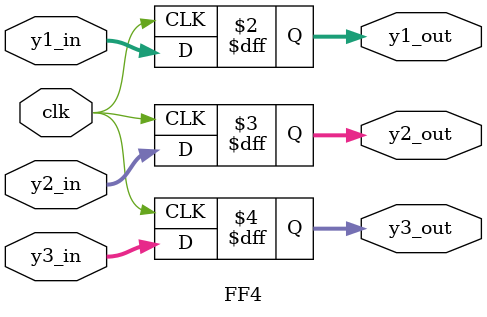
<source format=v>
module NN(
	// Input signals
	clk,
	rst_n,
	in_valid_u,
	in_valid_w,
	in_valid_v,
	in_valid_x,
	weight_u,
	weight_w,
	weight_v,
	data_x,
	// Output signals
	out_valid,
	out
);

//---------------------------------------------------------------------
//   PARAMETER
//---------------------------------------------------------------------

// IEEE floating point paramenters
parameter inst_sig_width = 23;
parameter inst_exp_width = 8;
parameter inst_ieee_compliance = 0;
parameter inst_arch = 0;
parameter [2:0]inst_rnd = 0;

//---------------------------------------------------------------------
//   INPUT AND OUTPUT DECLARATION
//---------------------------------------------------------------------
input  clk, rst_n, in_valid_u, in_valid_w, in_valid_v, in_valid_x;
input [inst_sig_width+inst_exp_width:0] weight_u, weight_w, weight_v;
input [inst_sig_width+inst_exp_width:0] data_x;
output reg	out_valid;
output reg [inst_sig_width+inst_exp_width:0] out;

//---------------------------------------------------------------------
//   FSM State Declaration             
//---------------------------------------------------------------------

reg [1:0] c_state, n_state;
reg [4:0] counter;
parameter STANDBY = 2'b00, READ = 2'b01, RESULT = 2'b10;

always @(posedge clk or negedge rst_n)
begin
    if(!rst_n)
        c_state <= STANDBY;
    else
        c_state <= n_state;
end

always @(*)
begin
    case(c_state)
        STANDBY:    if(in_valid_u) n_state = READ;
                    else n_state = STANDBY;
        READ:       if(counter == 6'd9) n_state = RESULT;
                    else n_state = READ;
        RESULT:     if(counter == 6'd24) n_state = STANDBY;
                    else n_state = RESULT;
        default:    n_state = STANDBY;
	endcase
end

always @(posedge clk or negedge rst_n) 
begin
    if(!rst_n)
        counter <= 5'd0;
	else if(c_state == READ || c_state == RESULT || n_state == READ)
        counter <= counter + 1'b1;
    else if(c_state == STANDBY)
        counter <= 5'd0;
    else 
        counter <= counter;
end


//---------------------------------------------------------------------
//   WIRE AND REG DECLARATION
//---------------------------------------------------------------------

reg [inst_sig_width+inst_exp_width:0] U_matrix [2:0][2:0];
reg [inst_sig_width+inst_exp_width:0] W_matrix [2:0][2:0];
reg [inst_sig_width+inst_exp_width:0] V_matrix [2:0][2:0];
reg [inst_sig_width+inst_exp_width:0] X_matrix [2:0][2:0];

reg [inst_sig_width+inst_exp_width:0] FF1_xt_in [2:0];
wire [inst_sig_width+inst_exp_width:0] FF1_xt_out [2:0];
reg [inst_sig_width+inst_exp_width:0] FF1_ht_in [2:0];
wire [inst_sig_width+inst_exp_width:0] FF1_ht_out [2:0];

reg [inst_sig_width+inst_exp_width:0] U_choice [2:0];
reg [inst_sig_width+inst_exp_width:0] W_choice [2:0];

wire [inst_sig_width+inst_exp_width:0] tmp_a;

wire [inst_sig_width+inst_exp_width:0] U_ans;
wire [inst_sig_width+inst_exp_width:0] W_ans;

wire [inst_sig_width+inst_exp_width:0] FF2_zt_in ;
wire [inst_sig_width+inst_exp_width:0] FF2_zt_out;

wire [inst_sig_width+inst_exp_width:0] tmp_c;

wire [inst_sig_width+inst_exp_width:0] one;
wire [inst_sig_width+inst_exp_width:0] tmp_d;

wire [inst_sig_width+inst_exp_width:0] ht;

reg [inst_sig_width+inst_exp_width:0] FF3_ht_in [2:0];
wire [inst_sig_width+inst_exp_width:0] FF3_ht_out [2:0];

reg [inst_sig_width+inst_exp_width:0] V_choice [2:0];
reg [inst_sig_width+inst_exp_width:0] h_choice;

wire [inst_sig_width+inst_exp_width:0] M_ans [2:0];

reg [inst_sig_width+inst_exp_width:0] P_choice [2:0];

wire [inst_sig_width+inst_exp_width:0] V_ans [2:0];

reg [inst_sig_width+inst_exp_width:0] y_in [2:0];
wire [inst_sig_width+inst_exp_width:0] y_out [2:0];

reg [inst_sig_width+inst_exp_width:0] Y_matrix [2:0][2:0];
//---------------------------------------------------------------------
//   INPUT circuit
//---------------------------------------------------------------------
genvar i,j;
generate
	for(i=0; i<3; i=i+1)
	begin
		for(j=0; j<3; j=j+1)
		begin
			always @(posedge clk or negedge rst_n) 
			begin
				if(!rst_n)
				begin
					U_matrix[i][j] <= 0;
					W_matrix[i][j] <= 0;
					V_matrix[i][j] <= 0;
					X_matrix[i][j] <= 0;
				end
				else if(c_state == READ || n_state == READ)
				begin
					if(3*i+j == counter)
					begin
						U_matrix[i][j] <= weight_u;
						W_matrix[i][j] <= weight_w;
						V_matrix[i][j] <= weight_v;
						X_matrix[i][j] <= data_x;
					end
					else
					begin
						U_matrix[i][j] <= U_matrix[i][j];
						W_matrix[i][j] <= W_matrix[i][j];
						V_matrix[i][j] <= V_matrix[i][j];
						X_matrix[i][j] <= X_matrix[i][j];
					end
				end
				else
				begin
					U_matrix[i][j] <= U_matrix[i][j];
					W_matrix[i][j] <= W_matrix[i][j];
					V_matrix[i][j] <= V_matrix[i][j];
					X_matrix[i][j] <= X_matrix[i][j];
				end
			end
		end
	end
endgenerate

always @(*) 
begin
	if(counter == 5'd7 || counter == 5'd8 || counter == 5'd9)
	begin
		FF1_xt_in[0] = X_matrix[0][0];
		FF1_xt_in[1] = X_matrix[0][1];
		FF1_xt_in[2] = X_matrix[0][2];
	end
	else if(counter == 5'd11 || counter == 5'd12 || counter == 5'd13)
	begin
		FF1_xt_in[0] = X_matrix[1][0];
		FF1_xt_in[1] = X_matrix[1][1];
		FF1_xt_in[2] = X_matrix[1][2];
	end
	else if(counter == 5'd15 || counter == 5'd16 || counter == 5'd17)
	begin
		FF1_xt_in[0] = X_matrix[2][0];
		FF1_xt_in[1] = X_matrix[2][1];
		FF1_xt_in[2] = X_matrix[2][2];
	end
	else
	begin
		FF1_xt_in[0] = 0;
		FF1_xt_in[1] = 0;
		FF1_xt_in[2] = 0;
	end
end

always @(*) 
begin
	if(counter == 5'd7)
	begin
		FF1_ht_in[0] = 0;
	end
	else if(counter == 5'd11 || counter == 5'd15)
	begin
		FF1_ht_in[0] = FF3_ht_out[0];
	end
	else
	begin
		FF1_ht_in[0] = FF1_ht_out[0];
	end
end

always @(*) 
begin
	if(counter == 5'd7)
	begin
		FF1_ht_in[1] = 0;
	end
	else if(counter == 5'd11 || counter == 5'd15)
	begin
		FF1_ht_in[1] = FF3_ht_out[1];
	end
	else
	begin
		FF1_ht_in[1] = FF1_ht_out[1];
	end
end

always @(*) 
begin
	if(counter == 5'd7)
	begin
		FF1_ht_in[2] = 0;
	end
	else if(counter == 5'd11 || counter == 5'd15)
	begin
		FF1_ht_in[2] = ht;
	end
	else
	begin
		FF1_ht_in[2] = FF1_ht_out[2];
	end
end

//---------------------------------------------------------------------
//   CALCULATION circuit
//---------------------------------------------------------------------
FF1 ff_a(.x1_in(FF1_xt_in[0]), .x1_out(FF1_xt_out[0]), .x2_in(FF1_xt_in[1]), .x2_out(FF1_xt_out[1]), .x3_in(FF1_xt_in[2]), .x3_out(FF1_xt_out[2]), 
			.h1_in(FF1_ht_in[0]), .h1_out(FF1_ht_out[0]), .h2_in(FF1_ht_in[1]), .h2_out(FF1_ht_out[1]), .h3_in(FF1_ht_in[2]), .h3_out(FF1_ht_out[2]), .clk(clk));

always @(*) 
begin
	if(counter == 5'd8 || counter == 5'd12 || counter == 5'd16)
	begin
		U_choice[0] = U_matrix[0][0];
		U_choice[1] = U_matrix[0][1];
		U_choice[2] = U_matrix[0][2];

		W_choice[0] = W_matrix[0][0];
		W_choice[1] = W_matrix[0][1];
		W_choice[2] = W_matrix[0][2];
	end
	else if(counter == 5'd9 || counter == 5'd13 || counter == 5'd17)
	begin
		U_choice[0] = U_matrix[1][0];
		U_choice[1] = U_matrix[1][1];
		U_choice[2] = U_matrix[1][2];

		W_choice[0] = W_matrix[1][0];
		W_choice[1] = W_matrix[1][1];
		W_choice[2] = W_matrix[1][2];
	end
	else if(counter == 5'd10 || counter == 5'd14 || counter == 5'd18)
	begin
		U_choice[0] = U_matrix[2][0];
		U_choice[1] = U_matrix[2][1];
		U_choice[2] = U_matrix[2][2];

		W_choice[0] = W_matrix[2][0];
		W_choice[1] = W_matrix[2][1];
		W_choice[2] = W_matrix[2][2];
	end
	else
	begin
		U_choice[0] = 0;
		U_choice[1] = 0;
		U_choice[2] = 0;

		W_choice[0] = 0;
		W_choice[1] = 0;
		W_choice[2] = 0;
	end
end

DW_fp_dp3 #(inst_sig_width, inst_exp_width, inst_ieee_compliance, inst_arch)
U1 (.a(FF1_xt_out[0]), .b(U_choice[0]), .c(FF1_xt_out[1]), .d(U_choice[1]), .e(FF1_xt_out[2]), .f(U_choice[2]), .rnd(inst_rnd), .z(U_ans));

DW_fp_dp3 #(inst_sig_width, inst_exp_width, inst_ieee_compliance, inst_arch)
W1 (.a(FF1_ht_out[0]), .b(W_choice[0]), .c(FF1_ht_out[1]), .d(W_choice[1]), .e(FF1_ht_out[2]), .f(W_choice[2]), .rnd(inst_rnd), .z(W_ans));

DW_fp_add #(inst_sig_width, inst_exp_width, inst_ieee_compliance)
A1 ( .a(U_ans), .b(W_ans), .rnd(inst_rnd), .z(tmp_a));

assign FF2_zt_in = {~tmp_a[31],tmp_a[30:0]};


FF2 ff_2(.zt_in(FF2_zt_in), .zt_out(FF2_zt_out), .clk(clk));

DW_fp_exp #(inst_sig_width, inst_exp_width, inst_ieee_compliance, inst_arch) 
E1 (.a(FF2_zt_out), .z(tmp_c));


assign one = 32'h3f800000;

DW_fp_add #(inst_sig_width, inst_exp_width, inst_ieee_compliance)
A4 ( .a(tmp_c), .b(one), .rnd(inst_rnd), .z(tmp_d));

DW_fp_recip #(inst_sig_width, inst_exp_width, inst_ieee_compliance, /*inst_faithful_round*/0) 
R1 (.a(tmp_d), .rnd(inst_rnd), .z(ht));

always @(*) 
begin
	if(counter == 5'd9 || counter == 5'd13 || counter == 5'd17)
	begin
		FF3_ht_in[0] = ht;
	end
	else
	begin
		FF3_ht_in[0] = FF3_ht_out[0];
	end
end

always @(*) 
begin
	if(counter == 5'd10 || counter == 5'd14 || counter == 5'd18)
	begin
		FF3_ht_in[1] = ht;
	end
	else
	begin
		FF3_ht_in[1] = FF3_ht_out[1];
	end
end

always @(*) 
begin
	if(counter == 5'd11 || counter == 5'd15 || counter == 5'd19)
	begin
		FF3_ht_in[2] = ht;
	end
	else
	begin
		FF3_ht_in[2] = FF3_ht_out[2];
	end
end

FF3 ff_3(.h1_in(FF3_ht_in[0]), .h1_out(FF3_ht_out[0]), .h2_in(FF3_ht_in[1]), .h2_out(FF3_ht_out[1]), .h3_in(FF3_ht_in[2]), .h3_out(FF3_ht_out[2]), .clk(clk));

always @(*) 
begin
	if(counter == 5'd10 || counter == 5'd14 || counter == 5'd18)
	begin
		V_choice[0] = V_matrix[0][0];
		V_choice[1] = V_matrix[1][0];
		V_choice[2] = V_matrix[2][0];
	end
	else if(counter == 5'd11 || counter == 5'd15 || counter == 5'd19)
	begin
		V_choice[0] = V_matrix[0][1];
		V_choice[1] = V_matrix[1][1];
		V_choice[2] = V_matrix[2][1];
	end
	else if(counter == 5'd12 || counter == 5'd16 || counter == 5'd20)
	begin
		V_choice[0] = V_matrix[0][2];
		V_choice[1] = V_matrix[1][2];
		V_choice[2] = V_matrix[2][2];
	end
	else
	begin
		V_choice[0] = 0;
		V_choice[1] = 0;
		V_choice[2] = 0;
	end
end

always @(*) 
begin
	if(counter == 5'd10 || counter == 5'd14 || counter == 5'd18)
	begin
		h_choice = FF3_ht_out[0];
	end
	else if(counter == 5'd11 || counter == 5'd15 || counter == 5'd19)
	begin
		h_choice = FF3_ht_out[1];
	end
	else if(counter == 5'd12 || counter == 5'd16 || counter == 5'd20)
	begin
		h_choice = FF3_ht_out[2];
	end
	else
	begin
		h_choice = 0;
	end
end

DW_fp_mult #(inst_sig_width, inst_exp_width, inst_ieee_compliance)
M1 ( .a(V_choice[0]), .b(h_choice), .rnd(inst_rnd), .z(M_ans[0]));

DW_fp_mult #(inst_sig_width, inst_exp_width, inst_ieee_compliance)
M2 ( .a(V_choice[1]), .b(h_choice), .rnd(inst_rnd), .z(M_ans[1]));

DW_fp_mult #(inst_sig_width, inst_exp_width, inst_ieee_compliance)
M3 ( .a(V_choice[2]), .b(h_choice), .rnd(inst_rnd), .z(M_ans[2]));

always @(*) 
begin
	if(counter == 5'd10 || counter == 5'd14 || counter == 5'd18)
	begin
		P_choice[0] = 0;
		P_choice[1] = 0;
		P_choice[2] = 0;
	end
	else if(counter == 5'd11 || counter == 5'd15 || counter == 5'd19)
	begin
		P_choice[0] = y_out[0];
		P_choice[1] = y_out[1];
		P_choice[2] = y_out[2];
	end
	else if(counter == 5'd12 || counter == 5'd16 || counter == 5'd20)
	begin
		P_choice[0] = y_out[0];
		P_choice[1] = y_out[1];
		P_choice[2] = y_out[2];
	end
	else
	begin
		P_choice[0] = 0;
		P_choice[1] = 0;
		P_choice[2] = 0;
	end
end

DW_fp_add #(inst_sig_width, inst_exp_width, inst_ieee_compliance)
P1 ( .a(P_choice[0]), .b(M_ans[0]), .rnd(inst_rnd), .z(V_ans[0]));
DW_fp_add #(inst_sig_width, inst_exp_width, inst_ieee_compliance)
P2 ( .a(P_choice[1]), .b(M_ans[1]), .rnd(inst_rnd), .z(V_ans[1]));
DW_fp_add #(inst_sig_width, inst_exp_width, inst_ieee_compliance)
P3 ( .a(P_choice[2]), .b(M_ans[2]), .rnd(inst_rnd), .z(V_ans[2]));

always @(*) //////////////////////////////////////////////////////////////////
begin
	if(counter == 5'd10 || counter == 5'd11 || counter == 5'd12 || counter == 5'd14 || counter == 5'd15 || counter == 5'd16 || counter == 5'd18 || counter == 5'd19 || counter == 5'd20)
	begin
		y_in[0] = V_ans[0];
		y_in[1] = V_ans[1];
		y_in[2] = V_ans[2];
	end
	else
	begin
		y_in[0] = y_out[0];
		y_in[1] = y_out[1];
		y_in[2] = y_out[2];
	end
end

FF4 ff_b(.y1_in(y_in[0]), .y1_out(y_out[0]), .y2_in(y_in[1]), .y2_out(y_out[1]), .y3_in(y_in[2]), .y3_out(y_out[2]), .clk(clk));

//synopsys dc_script_begin
//set_implementation rtl A1 
//set_implementation rtl A4

//set_implementation rtl R1 

//set_implementation rtl U1 

//set_implementation rtl W1 

//set_implementation rtl M1 
//set_implementation rtl M2 
//set_implementation rtl M3 

//set_implementation rtl P1 
//set_implementation rtl P2 
//set_implementation rtl P3

//set_implementation rtl E1 
 
//synopsys dc_script_end


//---------------------------------------------------------------------
//   OUTPUT circuit
//---------------------------------------------------------------------
genvar m,n;
generate
	for(m=0; m<3; m=m+1)
	begin
		for(n=0; n<3; n=n+1)
		begin
			always @(posedge clk or negedge rst_n) 
			begin
				if(!rst_n)
				begin
					Y_matrix[m][n] <= 0;
				end
				else if(counter == 5'd12)
				begin
					if(m == 0)
					begin
						if(V_ans[n][31] == 1)
							Y_matrix[m][n] <= 0;
						else
							Y_matrix[m][n] <= V_ans[n];
					end
					else
						Y_matrix[m][n] <= Y_matrix[m][n];
				end
				else if(counter == 5'd16)
				begin
					if(m == 1)
					begin
						if(V_ans[n][31] == 1)
							Y_matrix[m][n] <= 0;
						else
							Y_matrix[m][n] <= V_ans[n];
					end
					else
						Y_matrix[m][n] <= Y_matrix[m][n];
				end
				else if(counter == 5'd20)
				begin
					if(m == 2)
					begin
						if(V_ans[n][31] == 1)
							Y_matrix[m][n] <= 0;
						else
							Y_matrix[m][n] <= V_ans[n];
					end
					else
						Y_matrix[m][n] <= Y_matrix[m][n];
				end
				else
					Y_matrix[m][n] <= Y_matrix[m][n];
			end
		end
	end
endgenerate

always @(posedge clk or negedge rst_n) 
begin
	if(!rst_n)
		out <= 0;
	else if(counter == 16)
		out <= Y_matrix[0][0];
	else if(counter == 17)
		out <= Y_matrix[0][1];
	else if(counter == 18)
		out <= Y_matrix[0][2];
	else if(counter == 19)
		out <= Y_matrix[1][0];
	else if(counter == 20)
		out <= Y_matrix[1][1];
	else if(counter == 21)
		out <= Y_matrix[1][2];
	else if(counter == 22)
		out <= Y_matrix[2][0];
	else if(counter == 23)
		out <= Y_matrix[2][1];
	else if(counter == 24)
		out <= Y_matrix[2][2];
	else
		out <= 0;
end

always @(posedge clk or negedge rst_n)
begin
    if(!rst_n)
        out_valid <= 0;
    else if(counter >= 5'd16 && counter <= 5'd24)
        out_valid <= 1;
    else
        out_valid <= 0;
end

endmodule

module FF1(x1_in, x1_out, x2_in, x2_out, x3_in, x3_out, h1_in, h1_out, h2_in, h2_out, h3_in, h3_out, clk);

// IEEE floating point paramenters
parameter inst_sig_width = 23;
parameter inst_exp_width = 8;
parameter inst_ieee_compliance = 0;
parameter inst_arch = 2;

input [inst_sig_width+inst_exp_width:0] x1_in;
input [inst_sig_width+inst_exp_width:0] x2_in;
input [inst_sig_width+inst_exp_width:0] x3_in;
input [inst_sig_width+inst_exp_width:0] h1_in;
input [inst_sig_width+inst_exp_width:0] h2_in;
input [inst_sig_width+inst_exp_width:0] h3_in;
input clk;

output reg[inst_sig_width+inst_exp_width:0] x1_out;
output reg[inst_sig_width+inst_exp_width:0] x2_out;
output reg[inst_sig_width+inst_exp_width:0] x3_out;
output reg[inst_sig_width+inst_exp_width:0] h1_out;
output reg[inst_sig_width+inst_exp_width:0] h2_out;
output reg[inst_sig_width+inst_exp_width:0] h3_out;
always @(posedge clk) 
begin
	x1_out <= x1_in;
	x2_out <= x2_in;
	x3_out <= x3_in;

	h1_out <= h1_in;
	h2_out <= h2_in;
	h3_out <= h3_in;
end

endmodule

module FF2(zt_in, zt_out, clk);

// IEEE floating point paramenters
parameter inst_sig_width = 23;
parameter inst_exp_width = 8;
parameter inst_ieee_compliance = 0;
parameter inst_arch = 2;

input [inst_sig_width+inst_exp_width:0] zt_in;
input clk;

output reg[inst_sig_width+inst_exp_width:0] zt_out;

always @(posedge clk) 
begin
	zt_out <= zt_in;
end

endmodule

module FF3(h1_in, h1_out, h2_in, h2_out, h3_in, h3_out, clk);

// IEEE floating point paramenters
parameter inst_sig_width = 23;
parameter inst_exp_width = 8;
parameter inst_ieee_compliance = 0;
parameter inst_arch = 2;

input [inst_sig_width+inst_exp_width:0] h1_in;
input [inst_sig_width+inst_exp_width:0] h2_in;
input [inst_sig_width+inst_exp_width:0] h3_in;
input clk;

output reg[inst_sig_width+inst_exp_width:0] h1_out;
output reg[inst_sig_width+inst_exp_width:0] h2_out;
output reg[inst_sig_width+inst_exp_width:0] h3_out;

always @(posedge clk) 
begin
	h1_out <= h1_in;
	h2_out <= h2_in;
	h3_out <= h3_in;
end

endmodule

module FF4(y1_in, y1_out, y2_in, y2_out, y3_in, y3_out, clk);

// IEEE floating point paramenters
parameter inst_sig_width = 23;
parameter inst_exp_width = 8;
parameter inst_ieee_compliance = 0;
parameter inst_arch = 2;

input [inst_sig_width+inst_exp_width:0] y1_in;
input [inst_sig_width+inst_exp_width:0] y2_in;
input [inst_sig_width+inst_exp_width:0] y3_in;
input clk;

output reg[inst_sig_width+inst_exp_width:0] y1_out;
output reg[inst_sig_width+inst_exp_width:0] y2_out;
output reg[inst_sig_width+inst_exp_width:0] y3_out;

always @(posedge clk) 
begin
	y1_out <= y1_in;
	y2_out <= y2_in;
	y3_out <= y3_in;
end

endmodule
</source>
